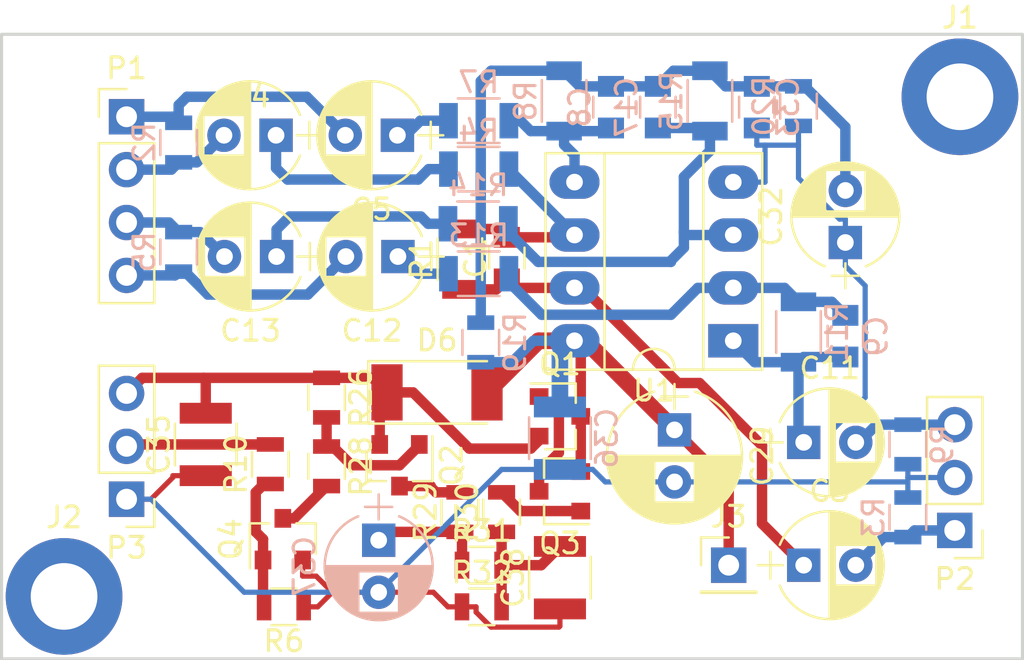
<source format=kicad_pcb>
(kicad_pcb (version 20171130) (host pcbnew "(5.1.12)-1")
  (title_block (title "IBus BT analog module") (date 2017-06-01) (rev 1) (company "the vty"))
  (layers (0 F.Cu signal) (31 B.Cu signal) (34 B.Paste user) (35 F.Paste user) (36 B.SilkS user) (37 F.SilkS user) (38 B.Mask user) (39 F.Mask user) (44 Edge.Cuts user))
  (net 0 "")
  (net 1 "Net-(C1-Pad1)")
  (net 2 "Net-(C1-Pad2)")
  (net 3 SPK_LN)
  (net 4 "Net-(C5-Pad1)")
  (net 5 SPK_LP)
  (net 6 VGND)
  (net 7 "Net-(C8-Pad2)")
  (net 8 "Net-(C9-Pad2)")
  (net 9 "Net-(C11-Pad1)")
  (net 10 SPK_RN)
  (net 11 "Net-(C13-Pad1)")
  (net 12 SPK_RP)
  (net 13 "Net-(C17-Pad2)")
  (net 14 +12P)
  (net 15 GNDA)
  (net 16 "Net-(C37-Pad1)")
  (net 17 "Net-(C38-Pad2)")
  (net 18 "Net-(Q4-Pad3)")
  (net 19 "Net-(Q2-Pad3)")
  (net 20 "Net-(C12-Pad1)")
  (net 21 "Net-(C4-Pad1)")
  (net 22 /B+)
  (net 23 /EN12)
  (net 24 "Net-(Q1-Pad1)")
  (net 25 "Net-(Q2-Pad1)")
  (net 26 "Net-(Q3-Pad1)")
  (net 27 "Net-(Q4-Pad1)")
  (net 28 /L)
  (net 29 /R)
  (module Housings_DIP:DIP-8_W7.62mm_Socket_LongPads (layer F.Cu) (at 118.12 67.72 180)
    (fp_text reference U1 (at 3.81 -2.39 180) (layer F.SilkS))
    (fp_text value NE5532)
    (pad 1 thru_hole rect (at 0 0 180) (size 2.4 1.6) (drill 0.8) (layers *.Cu *.Mask) (net 9 "Net-(C11-Pad1)"))
    (pad 5 thru_hole oval (at 7.62 7.62 180) (size 2.4 1.6) (drill 0.8) (layers *.Cu *.Mask) (net 7 "Net-(C8-Pad2)"))
    (pad 2 thru_hole oval (at 0 2.54 180) (size 2.4 1.6) (drill 0.8) (layers *.Cu *.Mask) (net 8 "Net-(C9-Pad2)"))
    (pad 6 thru_hole oval (at 7.62 5.08 180) (size 2.4 1.6) (drill 0.8) (layers *.Cu *.Mask) (net 2 "Net-(C1-Pad2)"))
    (pad 3 thru_hole oval (at 0 5.08 180) (size 2.4 1.6) (drill 0.8) (layers *.Cu *.Mask) (net 13 "Net-(C17-Pad2)"))
    (pad 7 thru_hole oval (at 7.62 2.54 180) (size 2.4 1.6) (drill 0.8) (layers *.Cu *.Mask) (net 1 "Net-(C1-Pad1)"))
    (pad 4 thru_hole oval (at 0 7.62 180) (size 2.4 1.6) (drill 0.8) (layers *.Cu *.Mask) (net 15 GNDA))
    (pad 8 thru_hole oval (at 7.62 0 180) (size 2.4 1.6) (drill 0.8) (layers *.Cu *.Mask) (net 14 +12P))
  )
  (module TO_SOT_Packages_SMD:SOT-23 (layer F.Cu) (at 109.8 74.95 180)
    (fp_text reference Q3 (at 0 -2.5 180) (layer F.SilkS))
    (fp_text value B847)
    (pad 1 smd rect (at -1 -0.95 180) (size 0.9 0.8) (layers F.Cu F.Paste F.Mask) (net 26 "Net-(Q3-Pad1)"))
    (pad 2 smd rect (at -1 0.95 180) (size 0.9 0.8) (layers F.Cu F.Paste F.Mask) (net 14 +12P))
    (pad 3 smd rect (at 1 0 180) (size 0.9 0.8) (layers F.Cu F.Paste F.Mask) (net 24 "Net-(Q1-Pad1)"))
  )
  (module Capacitors_ThroughHole:CP_Radial_D5.0mm_P2.50mm (layer F.Cu) (at 96.2 63.675 180)
    (fp_text reference C13 (at 1.25 -3.56 180) (layer F.SilkS))
    (fp_text value 1u)
    (pad 1 thru_hole rect (at 0 0 180) (size 1.6 1.6) (drill 0.8) (layers *.Cu *.Mask) (net 11 "Net-(C13-Pad1)"))
    (pad 2 thru_hole circle (at 2.5 0 180) (size 1.6 1.6) (drill 0.8) (layers *.Cu *.Mask) (net 12 SPK_RP))
  )
  (module Capacitors_ThroughHole:CP_Radial_D5.0mm_P2.50mm (layer F.Cu) (at 102 57.85 180)
    (fp_text reference C5 (at 1.25 -3.56 180) (layer F.SilkS))
    (fp_text value 1u)
    (pad 1 thru_hole rect (at 0 0 180) (size 1.6 1.6) (drill 0.8) (layers *.Cu *.Mask) (net 4 "Net-(C5-Pad1)"))
    (pad 2 thru_hole circle (at 2.5 0 180) (size 1.6 1.6) (drill 0.8) (layers *.Cu *.Mask) (net 5 SPK_LP))
  )
  (module Capacitors_SMD:C_0805 (layer F.Cu) (at 107.25 63.75 90)
    (fp_text reference C1 (at 0 -1.5 90) (layer F.SilkS))
    (fp_text value 33p)
    (pad 1 smd rect (at -1 0 90) (size 1 1.25) (layers F.Cu F.Paste F.Mask) (net 1 "Net-(C1-Pad1)"))
    (pad 2 smd rect (at 1 0 90) (size 1 1.25) (layers F.Cu F.Paste F.Mask) (net 2 "Net-(C1-Pad2)"))
  )
  (module Resistors_SMD:R_1206 (layer B.Cu) (at 105.875 62.1 180)
    (fp_text reference R14 (at 0 1.85 180) (layer B.SilkS) (effects (justify mirror)))
    (fp_text value 10k)
    (pad 1 smd rect (at -1.45 0 180) (size 0.9 1.7) (layers B.Cu B.Paste B.Mask) (net 13 "Net-(C17-Pad2)"))
    (pad 2 smd rect (at 1.45 0 180) (size 0.9 1.7) (layers B.Cu B.Paste B.Mask) (net 11 "Net-(C13-Pad1)"))
  )
  (module Capacitors_ThroughHole:CP_Radial_D5.0mm_P2.50mm (layer F.Cu) (at 121.5 72.6)
    (fp_text reference C11 (at 1.25 -3.56) (layer F.SilkS))
    (fp_text value 10u)
    (pad 1 thru_hole rect (at 0 0) (size 1.6 1.6) (drill 0.8) (layers *.Cu *.Mask) (net 9 "Net-(C11-Pad1)"))
    (pad 2 thru_hole circle (at 2.5 0) (size 1.6 1.6) (drill 0.8) (layers *.Cu *.Mask) (net 29 /R))
  )
  (module Capacitors_ThroughHole:CP_Radial_D5.0mm_P2.50mm (layer F.Cu) (at 121.5 78.5)
    (fp_text reference C3 (at 1.25 -3.56) (layer F.SilkS))
    (fp_text value 10u)
    (pad 1 thru_hole rect (at 0 0) (size 1.6 1.6) (drill 0.8) (layers *.Cu *.Mask) (net 1 "Net-(C1-Pad1)"))
    (pad 2 thru_hole circle (at 2.5 0) (size 1.6 1.6) (drill 0.8) (layers *.Cu *.Mask) (net 28 /L))
  )
  (module Capacitors_ThroughHole:CP_Radial_D5.0mm_P2.50mm (layer F.Cu) (at 96.175 57.85 180)
    (fp_text reference C4 (at 1.25 1.85 180) (layer F.SilkS))
    (fp_text value 1u)
    (pad 1 thru_hole rect (at 0 0 180) (size 1.6 1.6) (drill 0.8) (layers *.Cu *.Mask) (net 21 "Net-(C4-Pad1)"))
    (pad 2 thru_hole circle (at 2.5 0 180) (size 1.6 1.6) (drill 0.8) (layers *.Cu *.Mask) (net 3 SPK_LN))
  )
  (module Capacitors_SMD:C_0805 (layer B.Cu) (at 112.25 56.5 270)
    (fp_text reference C8 (at 0 1.5 270) (layer B.SilkS) (effects (justify mirror)))
    (fp_text value 33p)
    (pad 1 smd rect (at -1 0 270) (size 1 1.25) (layers B.Cu B.Paste B.Mask) (net 6 VGND))
    (pad 2 smd rect (at 1 0 270) (size 1 1.25) (layers B.Cu B.Paste B.Mask) (net 7 "Net-(C8-Pad2)"))
  )
  (module Capacitors_SMD:C_0805 (layer B.Cu) (at 123.5 67.5 90)
    (fp_text reference C9 (at 0 1.5 90) (layer B.SilkS) (effects (justify mirror)))
    (fp_text value 33p)
    (pad 1 smd rect (at -1 0 90) (size 1 1.25) (layers B.Cu B.Paste B.Mask) (net 9 "Net-(C11-Pad1)"))
    (pad 2 smd rect (at 1 0 90) (size 1 1.25) (layers B.Cu B.Paste B.Mask) (net 8 "Net-(C9-Pad2)"))
  )
  (module Capacitors_ThroughHole:CP_Radial_D5.0mm_P2.50mm (layer F.Cu) (at 102.025 63.675 180)
    (fp_text reference C12 (at 1.25 -3.56 180) (layer F.SilkS))
    (fp_text value 1u)
    (pad 1 thru_hole rect (at 0 0 180) (size 1.6 1.6) (drill 0.8) (layers *.Cu *.Mask) (net 20 "Net-(C12-Pad1)"))
    (pad 2 thru_hole circle (at 2.5 0 180) (size 1.6 1.6) (drill 0.8) (layers *.Cu *.Mask) (net 10 SPK_RN))
  )
  (module Capacitors_SMD:C_0805 (layer B.Cu) (at 114.5 56.5 270)
    (fp_text reference C17 (at 0 1.5 270) (layer B.SilkS) (effects (justify mirror)))
    (fp_text value 33p)
    (pad 1 smd rect (at -1 0 270) (size 1 1.25) (layers B.Cu B.Paste B.Mask) (net 6 VGND))
    (pad 2 smd rect (at 1 0 270) (size 1 1.25) (layers B.Cu B.Paste B.Mask) (net 13 "Net-(C17-Pad2)"))
  )
  (module Mounting_Holes:MountingHole_3.2mm_M3_DIN965_Pad (layer F.Cu) (at 129 56)
    (fp_text reference J1 (at 0 -3.8) (layer F.SilkS))
    (fp_text value Screw)
    (pad 1 thru_hole circle (at 0 0) (size 5.6 5.6) (drill 3.2) (layers *.Cu *.Mask))
  )
  (module Mounting_Holes:MountingHole_3.2mm_M3_DIN965_Pad (layer F.Cu) (at 86 80)
    (fp_text reference J2 (at 0 -3.8) (layer F.SilkS))
    (fp_text value Screw)
    (pad 1 thru_hole circle (at 0 0) (size 5.6 5.6) (drill 3.2) (layers *.Cu *.Mask))
  )
  (module Pin_Headers:Pin_Header_Straight_1x03_Pitch2.54mm (layer F.Cu) (at 128.75 76.83 180)
    (fp_text reference P2 (at 0 -2.33 180) (layer F.SilkS))
    (fp_text value AUD_OUT)
    (pad 1 thru_hole rect (at 0 0 180) (size 1.7 1.7) (drill 1) (layers *.Cu *.Mask) (net 28 /L))
    (pad 2 thru_hole oval (at 0 2.54 180) (size 1.7 1.7) (drill 1) (layers *.Cu *.Mask) (net 15 GNDA))
    (pad 3 thru_hole oval (at 0 5.08 180) (size 1.7 1.7) (drill 1) (layers *.Cu *.Mask) (net 29 /R))
  )
  (module Resistors_SMD:R_1206 (layer F.Cu) (at 105 63.8 90)
    (fp_text reference R1 (at 0 -1.85 90) (layer F.SilkS))
    (fp_text value 10k)
    (pad 1 smd rect (at -1.45 0 90) (size 0.9 1.7) (layers F.Cu F.Paste F.Mask) (net 1 "Net-(C1-Pad1)"))
    (pad 2 smd rect (at 1.45 0 90) (size 0.9 1.7) (layers F.Cu F.Paste F.Mask) (net 2 "Net-(C1-Pad2)"))
  )
  (module Resistors_SMD:R_1206 (layer B.Cu) (at 105.9 59.475 180)
    (fp_text reference R4 (at 0 1.85 180) (layer B.SilkS) (effects (justify mirror)))
    (fp_text value 10k)
    (pad 1 smd rect (at -1.45 0 180) (size 0.9 1.7) (layers B.Cu B.Paste B.Mask) (net 2 "Net-(C1-Pad2)"))
    (pad 2 smd rect (at 1.45 0 180) (size 0.9 1.7) (layers B.Cu B.Paste B.Mask) (net 21 "Net-(C4-Pad1)"))
  )
  (module Resistors_SMD:R_1206 (layer B.Cu) (at 105.9 57.15 180)
    (fp_text reference R7 (at 0 1.85 180) (layer B.SilkS) (effects (justify mirror)))
    (fp_text value 10k)
    (pad 1 smd rect (at -1.45 0 180) (size 0.9 1.7) (layers B.Cu B.Paste B.Mask) (net 7 "Net-(C8-Pad2)"))
    (pad 2 smd rect (at 1.45 0 180) (size 0.9 1.7) (layers B.Cu B.Paste B.Mask) (net 4 "Net-(C5-Pad1)"))
  )
  (module Resistors_SMD:R_1206 (layer B.Cu) (at 110 56.2 270)
    (fp_text reference R8 (at 0 1.85 270) (layer B.SilkS) (effects (justify mirror)))
    (fp_text value 10k)
    (pad 1 smd rect (at -1.45 0 270) (size 0.9 1.7) (layers B.Cu B.Paste B.Mask) (net 6 VGND))
    (pad 2 smd rect (at 1.45 0 270) (size 0.9 1.7) (layers B.Cu B.Paste B.Mask) (net 7 "Net-(C8-Pad2)"))
  )
  (module Resistors_SMD:R_1206 (layer B.Cu) (at 121.25 67.3 90)
    (fp_text reference R11 (at 0 1.85 90) (layer B.SilkS) (effects (justify mirror)))
    (fp_text value 10k)
    (pad 1 smd rect (at -1.45 0 90) (size 0.9 1.7) (layers B.Cu B.Paste B.Mask) (net 9 "Net-(C11-Pad1)"))
    (pad 2 smd rect (at 1.45 0 90) (size 0.9 1.7) (layers B.Cu B.Paste B.Mask) (net 8 "Net-(C9-Pad2)"))
  )
  (module Resistors_SMD:R_1206 (layer B.Cu) (at 105.9 64.5 180)
    (fp_text reference R13 (at 0 1.85 180) (layer B.SilkS) (effects (justify mirror)))
    (fp_text value 10k)
    (pad 1 smd rect (at -1.45 0 180) (size 0.9 1.7) (layers B.Cu B.Paste B.Mask) (net 8 "Net-(C9-Pad2)"))
    (pad 2 smd rect (at 1.45 0 180) (size 0.9 1.7) (layers B.Cu B.Paste B.Mask) (net 20 "Net-(C12-Pad1)"))
  )
  (module Resistors_SMD:R_1206 (layer B.Cu) (at 117 56.2 270)
    (fp_text reference R15 (at 0 1.85 270) (layer B.SilkS) (effects (justify mirror)))
    (fp_text value 10k)
    (pad 1 smd rect (at -1.45 0 270) (size 0.9 1.7) (layers B.Cu B.Paste B.Mask) (net 6 VGND))
    (pad 2 smd rect (at 1.45 0 270) (size 0.9 1.7) (layers B.Cu B.Paste B.Mask) (net 13 "Net-(C17-Pad2)"))
  )
  (module Capacitors_SMD:C_1210 (layer F.Cu) (at 92.8 72.7 90)
    (fp_text reference C35 (at 0 -2.25 90) (layer F.SilkS))
    (fp_text value 0.22u)
    (pad 1 smd rect (at -1.5 0 90) (size 1 2.5) (layers F.Cu F.Paste F.Mask) (net 15 GNDA))
    (pad 2 smd rect (at 1.5 0 90) (size 1 2.5) (layers F.Cu F.Paste F.Mask) (net 22 /B+))
  )
  (module Capacitors_SMD:C_1210 (layer B.Cu) (at 109.8 72.4 90)
    (fp_text reference C36 (at 0 2.25 90) (layer B.SilkS) (effects (justify mirror)))
    (fp_text value 0.22u)
    (pad 1 smd rect (at -1.5 0 90) (size 1 2.5) (layers B.Cu B.Paste B.Mask) (net 15 GNDA))
    (pad 2 smd rect (at 1.5 0 90) (size 1 2.5) (layers B.Cu B.Paste B.Mask) (net 14 +12P))
  )
  (module Capacitors_SMD:C_1210 (layer F.Cu) (at 109.8 79.1 90)
    (fp_text reference C38 (at 0 -2.25 90) (layer F.SilkS))
    (fp_text value 0.22u)
    (pad 1 smd rect (at -1.5 0 90) (size 1 2.5) (layers F.Cu F.Paste F.Mask) (net 15 GNDA))
    (pad 2 smd rect (at 1.5 0 90) (size 1 2.5) (layers F.Cu F.Paste F.Mask) (net 17 "Net-(C38-Pad2)"))
  )
  (module Diodes_SMD:D_MELF (layer F.Cu) (at 103.9 70.2)
    (fp_text reference D6 (at 0 -2.5) (layer F.SilkS))
    (fp_text value D)
    (pad 1 smd rect (at -2.4 0) (size 1.5 2.7) (layers F.Cu F.Paste F.Mask) (net 22 /B+))
    (pad 2 smd rect (at 2.4 0) (size 1.5 2.7) (layers F.Cu F.Paste F.Mask) (net 14 +12P))
  )
  (module TO_SOT_Packages_SMD:SOT-23 (layer F.Cu) (at 109.8 71.35)
    (fp_text reference Q1 (at 0 -2.5) (layer F.SilkS))
    (fp_text value BC807)
    (pad 1 smd rect (at -1 -0.95) (size 0.9 0.8) (layers F.Cu F.Paste F.Mask) (net 24 "Net-(Q1-Pad1)"))
    (pad 2 smd rect (at -1 0.95) (size 0.9 0.8) (layers F.Cu F.Paste F.Mask) (net 22 /B+))
    (pad 3 smd rect (at 1 0) (size 0.9 0.8) (layers F.Cu F.Paste F.Mask) (net 14 +12P))
  )
  (module TO_SOT_Packages_SMD:SOT-23 (layer F.Cu) (at 102.1 73.7 270)
    (fp_text reference Q2 (at 0 -2.5 270) (layer F.SilkS))
    (fp_text value 2N7002)
    (pad 1 smd rect (at -1 -0.95 270) (size 0.9 0.8) (layers F.Cu F.Paste F.Mask) (net 25 "Net-(Q2-Pad1)"))
    (pad 2 smd rect (at -1 0.95 270) (size 0.9 0.8) (layers F.Cu F.Paste F.Mask) (net 22 /B+))
    (pad 3 smd rect (at 1 0 270) (size 0.9 0.8) (layers F.Cu F.Paste F.Mask) (net 19 "Net-(Q2-Pad3)"))
  )
  (module TO_SOT_Packages_SMD:SOT-23 (layer F.Cu) (at 96.5 77.25 90)
    (fp_text reference Q4 (at 0 -2.5 90) (layer F.SilkS))
    (fp_text value Q_NMOS_GSD)
    (pad 1 smd rect (at -1 -0.95 90) (size 0.9 0.8) (layers F.Cu F.Paste F.Mask) (net 27 "Net-(Q4-Pad1)"))
    (pad 2 smd rect (at -1 0.95 90) (size 0.9 0.8) (layers F.Cu F.Paste F.Mask) (net 15 GNDA))
    (pad 3 smd rect (at 1 0 90) (size 0.9 0.8) (layers F.Cu F.Paste F.Mask) (net 18 "Net-(Q4-Pad3)"))
  )
  (module Resistors_SMD:R_0805 (layer B.Cu) (at 91.5 58.2 270)
    (fp_text reference R2 (at 0 1.65 270) (layer B.SilkS) (effects (justify mirror)))
    (fp_text value 680)
    (pad 1 smd rect (at -0.95 0 270) (size 0.7 1.3) (layers B.Cu B.Paste B.Mask) (net 5 SPK_LP))
    (pad 2 smd rect (at 0.95 0 270) (size 0.7 1.3) (layers B.Cu B.Paste B.Mask) (net 3 SPK_LN))
  )
  (module Resistors_SMD:R_0805 (layer B.Cu) (at 126.5 76.2 270)
    (fp_text reference R3 (at 0 1.65 270) (layer B.SilkS) (effects (justify mirror)))
    (fp_text value 10k)
    (pad 1 smd rect (at -0.95 0 270) (size 0.7 1.3) (layers B.Cu B.Paste B.Mask) (net 15 GNDA))
    (pad 2 smd rect (at 0.95 0 270) (size 0.7 1.3) (layers B.Cu B.Paste B.Mask) (net 28 /L))
  )
  (module Resistors_SMD:R_0805 (layer B.Cu) (at 91.5 63.45 270)
    (fp_text reference R5 (at 0 1.65 270) (layer B.SilkS) (effects (justify mirror)))
    (fp_text value 680)
    (pad 1 smd rect (at -0.95 0 270) (size 0.7 1.3) (layers B.Cu B.Paste B.Mask) (net 12 SPK_RP))
    (pad 2 smd rect (at 0.95 0 270) (size 0.7 1.3) (layers B.Cu B.Paste B.Mask) (net 10 SPK_RN))
  )
  (module Resistors_SMD:R_0805 (layer B.Cu) (at 126.5 72.7 90)
    (fp_text reference R9 (at 0 1.65 90) (layer B.SilkS) (effects (justify mirror)))
    (fp_text value 10k)
    (pad 1 smd rect (at -0.95 0 90) (size 0.7 1.3) (layers B.Cu B.Paste B.Mask) (net 15 GNDA))
    (pad 2 smd rect (at 0.95 0 90) (size 0.7 1.3) (layers B.Cu B.Paste B.Mask) (net 29 /R))
  )
  (module Resistors_SMD:R_0805 (layer B.Cu) (at 106 67.8 90)
    (fp_text reference R19 (at 0 1.65 90) (layer B.SilkS) (effects (justify mirror)))
    (fp_text value 2.2k)
    (pad 1 smd rect (at -0.95 0 90) (size 0.7 1.3) (layers B.Cu B.Paste B.Mask) (net 14 +12P))
    (pad 2 smd rect (at 0.95 0 90) (size 0.7 1.3) (layers B.Cu B.Paste B.Mask) (net 6 VGND))
  )
  (module Resistors_SMD:R_0805 (layer B.Cu) (at 121.25 56.45 270)
    (fp_text reference R20 (at 0 1.65 270) (layer B.SilkS) (effects (justify mirror)))
    (fp_text value 2.2k)
    (pad 1 smd rect (at -0.95 0 270) (size 0.7 1.3) (layers B.Cu B.Paste B.Mask) (net 6 VGND))
    (pad 2 smd rect (at 0.95 0 270) (size 0.7 1.3) (layers B.Cu B.Paste B.Mask) (net 15 GNDA))
  )
  (module Resistors_SMD:R_0805 (layer F.Cu) (at 98.6 70.45 270)
    (fp_text reference R26 (at 0 -1.65 270) (layer F.SilkS))
    (fp_text value 10k)
    (pad 1 smd rect (at -0.95 0 270) (size 0.7 1.3) (layers F.Cu F.Paste F.Mask) (net 22 /B+))
    (pad 2 smd rect (at 0.95 0 270) (size 0.7 1.3) (layers F.Cu F.Paste F.Mask) (net 25 "Net-(Q2-Pad1)"))
  )
  (module Resistors_SMD:R_0805 (layer F.Cu) (at 98.6 73.75 270)
    (fp_text reference R28 (at 0 -1.65 270) (layer F.SilkS))
    (fp_text value 10k)
    (pad 1 smd rect (at -0.95 0 270) (size 0.7 1.3) (layers F.Cu F.Paste F.Mask) (net 25 "Net-(Q2-Pad1)"))
    (pad 2 smd rect (at 0.95 0 270) (size 0.7 1.3) (layers F.Cu F.Paste F.Mask) (net 18 "Net-(Q4-Pad3)"))
  )
  (module Resistors_SMD:R_0805 (layer F.Cu) (at 105 75.95 90)
    (fp_text reference R29 (at 0 -1.65 90) (layer F.SilkS))
    (fp_text value 15k)
    (pad 1 smd rect (at -0.95 0 90) (size 0.7 1.3) (layers F.Cu F.Paste F.Mask) (net 16 "Net-(C37-Pad1)"))
    (pad 2 smd rect (at 0.95 0 90) (size 0.7 1.3) (layers F.Cu F.Paste F.Mask) (net 19 "Net-(Q2-Pad3)"))
  )
  (module Resistors_SMD:R_0805 (layer F.Cu) (at 107 75.95 90)
    (fp_text reference R30 (at 0 -1.65 90) (layer F.SilkS))
    (fp_text value 1k)
    (pad 1 smd rect (at -0.95 0 90) (size 0.7 1.3) (layers F.Cu F.Paste F.Mask) (net 17 "Net-(C38-Pad2)"))
    (pad 2 smd rect (at 0.95 0 90) (size 0.7 1.3) (layers F.Cu F.Paste F.Mask) (net 26 "Net-(Q3-Pad1)"))
  )
  (module Resistors_SMD:R_0805 (layer F.Cu) (at 106.05 78.5)
    (fp_text reference R31 (at 0 -1.65) (layer F.SilkS))
    (fp_text value 10k)
    (pad 1 smd rect (at -0.95 0) (size 0.7 1.3) (layers F.Cu F.Paste F.Mask) (net 16 "Net-(C37-Pad1)"))
    (pad 2 smd rect (at 0.95 0) (size 0.7 1.3) (layers F.Cu F.Paste F.Mask) (net 17 "Net-(C38-Pad2)"))
  )
  (module Resistors_SMD:R_0805 (layer F.Cu) (at 106.05 80.5)
    (fp_text reference R32 (at 0 -1.65) (layer F.SilkS))
    (fp_text value 220k)
    (pad 1 smd rect (at -0.95 0) (size 0.7 1.3) (layers F.Cu F.Paste F.Mask) (net 15 GNDA))
    (pad 2 smd rect (at 0.95 0) (size 0.7 1.3) (layers F.Cu F.Paste F.Mask) (net 17 "Net-(C38-Pad2)"))
  )
  (module Capacitors_ThroughHole:CP_Radial_D6.3mm_P2.50mm (layer F.Cu) (at 115.3 72 270)
    (fp_text reference C29 (at 1.25 -4.21 270) (layer F.SilkS))
    (fp_text value 100u)
    (pad 1 thru_hole rect (at 0 0 270) (size 1.6 1.6) (drill 0.8) (layers *.Cu *.Mask) (net 14 +12P))
    (pad 2 thru_hole circle (at 2.5 0 270) (size 1.6 1.6) (drill 0.8) (layers *.Cu *.Mask) (net 15 GNDA))
  )
  (module Capacitors_ThroughHole:CP_Radial_D5.0mm_P2.50mm (layer F.Cu) (at 123.5 63 90)
    (fp_text reference C32 (at 1.25 -3.56 90) (layer F.SilkS))
    (fp_text value 47u)
    (pad 1 thru_hole rect (at 0 0 90) (size 1.6 1.6) (drill 0.8) (layers *.Cu *.Mask) (net 15 GNDA))
    (pad 2 thru_hole circle (at 2.5 0 90) (size 1.6 1.6) (drill 0.8) (layers *.Cu *.Mask) (net 6 VGND))
  )
  (module Capacitors_ThroughHole:CP_Radial_D5.0mm_P2.50mm (layer B.Cu) (at 101.1 77.3 270)
    (fp_text reference C37 (at 1.25 3.56 270) (layer B.SilkS) (effects (justify mirror)))
    (fp_text value 22u)
    (pad 1 thru_hole rect (at 0 0 270) (size 1.6 1.6) (drill 0.8) (layers *.Cu *.Mask) (net 16 "Net-(C37-Pad1)"))
    (pad 2 thru_hole circle (at 2.5 0 270) (size 1.6 1.6) (drill 0.8) (layers *.Cu *.Mask) (net 15 GNDA))
  )
  (module Pin_Headers:Pin_Header_Straight_1x04_Pitch2.54mm (layer F.Cu) (at 89 56.96)
    (fp_text reference P1 (at 0 -2.33) (layer F.SilkS))
    (fp_text value DIFF_IN)
    (pad 1 thru_hole rect (at 0 0) (size 1.7 1.7) (drill 1) (layers *.Cu *.Mask) (net 5 SPK_LP))
    (pad 2 thru_hole oval (at 0 2.54) (size 1.7 1.7) (drill 1) (layers *.Cu *.Mask) (net 3 SPK_LN))
    (pad 3 thru_hole oval (at 0 5.08) (size 1.7 1.7) (drill 1) (layers *.Cu *.Mask) (net 12 SPK_RP))
    (pad 4 thru_hole oval (at 0 7.62) (size 1.7 1.7) (drill 1) (layers *.Cu *.Mask) (net 10 SPK_RN))
  )
  (module Pin_Headers:Pin_Header_Straight_1x03_Pitch2.54mm (layer F.Cu) (at 89 75.33 180)
    (fp_text reference P3 (at 0 -2.33 180) (layer F.SilkS))
    (fp_text value PWR_EN)
    (pad 1 thru_hole rect (at 0 0 180) (size 1.7 1.7) (drill 1) (layers *.Cu *.Mask) (net 15 GNDA))
    (pad 2 thru_hole oval (at 0 2.54 180) (size 1.7 1.7) (drill 1) (layers *.Cu *.Mask) (net 23 /EN12))
    (pad 3 thru_hole oval (at 0 5.08 180) (size 1.7 1.7) (drill 1) (layers *.Cu *.Mask) (net 22 /B+))
  )
  (module Resistors_SMD:R_0805 (layer F.Cu) (at 95.9 73.65 90)
    (fp_text reference R10 (at 0 -1.65 90) (layer F.SilkS))
    (fp_text value 1k)
    (pad 1 smd rect (at -0.95 0 90) (size 0.7 1.3) (layers F.Cu F.Paste F.Mask) (net 27 "Net-(Q4-Pad1)"))
    (pad 2 smd rect (at 0.95 0 90) (size 0.7 1.3) (layers F.Cu F.Paste F.Mask) (net 23 /EN12))
  )
  (module Capacitors_SMD:C_0805 (layer B.Cu) (at 119.25 56.5 90)
    (fp_text reference C33 (at 0 1.5 90) (layer B.SilkS) (effects (justify mirror)))
    (fp_text value 100n)
    (pad 1 smd rect (at -1 0 90) (size 1 1.25) (layers B.Cu B.Paste B.Mask) (net 15 GNDA))
    (pad 2 smd rect (at 1 0 90) (size 1 1.25) (layers B.Cu B.Paste B.Mask) (net 6 VGND))
  )
  (module Resistors_SMD:R_0805 (layer F.Cu) (at 96.55 80.5 180)
    (fp_text reference R6 (at 0 -1.65 180) (layer F.SilkS))
    (fp_text value 10k)
    (pad 1 smd rect (at -0.95 0 180) (size 0.7 1.3) (layers F.Cu F.Paste F.Mask) (net 15 GNDA))
    (pad 2 smd rect (at 0.95 0 180) (size 0.7 1.3) (layers F.Cu F.Paste F.Mask) (net 27 "Net-(Q4-Pad1)"))
  )
  (module Pin_Headers:Pin_Header_Straight_1x01_Pitch2.54mm (layer F.Cu) (at 117.9 78.5)
    (fp_text reference J3 (at 0 -2.33) (layer F.SilkS))
    (fp_text value "Mic Bias")
    (pad 1 thru_hole rect (at 0 0) (size 1.7 1.7) (drill 1) (layers *.Cu *.Mask) (net 14 +12P))
  )
  (gr_line (start 83 53) (end 132 53) (layer Edge.Cuts) (width 0.15))
  (gr_line (start 83 83) (end 83 53) (layer Edge.Cuts) (width 0.15))
  (gr_line (start 132 83) (end 83 83) (layer Edge.Cuts) (width 0.15))
  (gr_line (start 132 53) (end 132 83) (layer Edge.Cuts) (width 0.15))
  (segment (start 110.5 65.18) (end 110.9 65.18) (width 0.5) (layer F.Cu) (net 1))
  (segment (start 110.9 65.18) (end 115.47 69.75) (width 0.5) (layer F.Cu) (net 1))
  (segment (start 115.47 69.75) (end 116.5 69.75) (width 0.5) (layer F.Cu) (net 1))
  (segment (start 116.5 69.75) (end 119.5 72.75) (width 0.5) (layer F.Cu) (net 1))
  (segment (start 119.5 72.75) (end 119.5 76.5) (width 0.5) (layer F.Cu) (net 1))
  (segment (start 119.5 76.5) (end 121.5 78.5) (width 0.5) (layer F.Cu) (net 1))
  (segment (start 110.5 65.18) (end 107.68 65.18) (width 0.5) (layer F.Cu) (net 1))
  (segment (start 107.68 65.18) (end 107.25 64.75) (width 0.5) (layer F.Cu) (net 1))
  (segment (start 105 65.25) (end 106.75 65.25) (width 0.5) (layer F.Cu) (net 1))
  (segment (start 106.75 65.25) (end 107.25 64.75) (width 0.5) (layer F.Cu) (net 1))
  (segment (start 107.25 62.75) (end 110.39 62.75) (width 0.5) (layer F.Cu) (net 2))
  (segment (start 110.39 62.75) (end 110.5 62.64) (width 0.5) (layer F.Cu) (net 2))
  (segment (start 105 62.35) (end 106.85 62.35) (width 0.5) (layer F.Cu) (net 2))
  (segment (start 106.85 62.35) (end 107.25 62.75) (width 0.5) (layer F.Cu) (net 2))
  (segment (start 107.35 59.475) (end 107.35 59.49) (width 0.5) (layer B.Cu) (net 2))
  (segment (start 107.35 59.49) (end 110.5 62.64) (width 0.5) (layer B.Cu) (net 2))
  (segment (start 89 59.5) (end 91.15 59.5) (width 0.5) (layer B.Cu) (net 3))
  (segment (start 91.15 59.5) (end 91.5 59.15) (width 0.5) (layer B.Cu) (net 3))
  (segment (start 91.5 59.15) (end 92.375 59.15) (width 0.5) (layer B.Cu) (net 3))
  (segment (start 92.375 59.15) (end 93.675 57.85) (width 0.5) (layer B.Cu) (net 3))
  (segment (start 102 57.85) (end 102.4 57.85) (width 0.5) (layer B.Cu) (net 4))
  (segment (start 102.4 57.85) (end 103.1 57.15) (width 0.5) (layer B.Cu) (net 4))
  (segment (start 103.1 57.15) (end 104.45 57.15) (width 0.5) (layer B.Cu) (net 4))
  (segment (start 89 56.96) (end 91.21 56.96) (width 0.5) (layer B.Cu) (net 5))
  (segment (start 91.21 56.96) (end 91.5 57.25) (width 0.5) (layer B.Cu) (net 5))
  (segment (start 91.5 57.25) (end 91.5 56.4) (width 0.5) (layer B.Cu) (net 5))
  (segment (start 91.5 56.4) (end 91.9 56) (width 0.5) (layer B.Cu) (net 5))
  (segment (start 91.9 56) (end 97.65 56) (width 0.5) (layer B.Cu) (net 5))
  (segment (start 97.65 56) (end 99.5 57.85) (width 0.5) (layer B.Cu) (net 5))
  (segment (start 119.631 55.5) (end 121.25 55.5) (width 0.5) (layer B.Cu) (net 6))
  (segment (start 119.25 55.5) (end 119.631 55.5) (width 0.5) (layer B.Cu) (net 6))
  (segment (start 119.631 55.5) (end 119.25 55.5) (width 0.5) (layer B.Cu) (net 6))
  (segment (start 119.25 55.5) (end 117.75 55.5) (width 0.5) (layer B.Cu) (net 6))
  (segment (start 117.75 55.5) (end 117 54.75) (width 0.5) (layer B.Cu) (net 6))
  (segment (start 117 54.75) (end 115.25 54.75) (width 0.5) (layer B.Cu) (net 6))
  (segment (start 115.25 54.75) (end 114.5 55.5) (width 0.5) (layer B.Cu) (net 6))
  (segment (start 114.5 55.5) (end 112.25 55.5) (width 0.5) (layer B.Cu) (net 6))
  (segment (start 112.25 55.5) (end 110.75 55.5) (width 0.5) (layer B.Cu) (net 6))
  (segment (start 110.75 55.5) (end 110 54.75) (width 0.5) (layer B.Cu) (net 6))
  (segment (start 106 66.85) (end 106 55.25) (width 0.5) (layer B.Cu) (net 6))
  (segment (start 106 55.25) (end 106.5 54.75) (width 0.5) (layer B.Cu) (net 6))
  (segment (start 106.5 54.75) (end 110 54.75) (width 0.5) (layer B.Cu) (net 6))
  (segment (start 123.5 60.5) (end 123.5 57.45) (width 0.5) (layer B.Cu) (net 6))
  (segment (start 123.5 57.45) (end 121.55 55.5) (width 0.5) (layer B.Cu) (net 6))
  (segment (start 121.55 55.5) (end 121.25 55.5) (width 0.5) (layer B.Cu) (net 6))
  (segment (start 110 57.65) (end 112.1 57.65) (width 0.5) (layer B.Cu) (net 7))
  (segment (start 112.1 57.65) (end 112.25 57.5) (width 0.5) (layer B.Cu) (net 7))
  (segment (start 110.85 59.75) (end 110.5 60.1) (width 0.5) (layer B.Cu) (net 7))
  (segment (start 110.5 60.1) (end 110.5 58.8) (width 0.5) (layer B.Cu) (net 7))
  (segment (start 110.5 58.8) (end 110 58.3) (width 0.5) (layer B.Cu) (net 7))
  (segment (start 110 58.3) (end 110 57.65) (width 0.5) (layer B.Cu) (net 7))
  (segment (start 107.35 57.15) (end 107.9 57.15) (width 0.5) (layer B.Cu) (net 7))
  (segment (start 107.9 57.15) (end 108.4 57.65) (width 0.5) (layer B.Cu) (net 7))
  (segment (start 108.4 57.65) (end 110 57.65) (width 0.5) (layer B.Cu) (net 7))
  (segment (start 121.25 65.85) (end 122.85 65.85) (width 0.5) (layer B.Cu) (net 8))
  (segment (start 122.85 65.85) (end 123.5 66.5) (width 0.5) (layer B.Cu) (net 8))
  (segment (start 118.12 65.18) (end 120.58 65.18) (width 0.5) (layer B.Cu) (net 8))
  (segment (start 120.58 65.18) (end 121.25 65.85) (width 0.5) (layer B.Cu) (net 8))
  (segment (start 107.35 64.5) (end 107.35 64.9) (width 0.5) (layer B.Cu) (net 8))
  (segment (start 107.35 64.9) (end 108.92 66.47) (width 0.5) (layer B.Cu) (net 8))
  (segment (start 108.92 66.47) (end 115.13 66.47) (width 0.5) (layer B.Cu) (net 8))
  (segment (start 115.13 66.47) (end 116.42 65.18) (width 0.5) (layer B.Cu) (net 8))
  (segment (start 116.42 65.18) (end 118.12 65.18) (width 0.5) (layer B.Cu) (net 8))
  (segment (start 121.375 72.625) (end 121.475 72.625) (width 0.25) (layer B.Cu) (net 9))
  (segment (start 121.475 72.625) (end 121.5 72.6) (width 0.25) (layer B.Cu) (net 9))
  (segment (start 121.375 72.625) (end 121.5 72.75) (width 0.5) (layer B.Cu) (net 9))
  (segment (start 121.25 68.75) (end 121.25 72.5) (width 0.5) (layer B.Cu) (net 9))
  (segment (start 121.25 72.5) (end 121.375 72.625) (width 0.5) (layer B.Cu) (net 9))
  (segment (start 123.5 68.5) (end 121.5 68.5) (width 0.5) (layer B.Cu) (net 9))
  (segment (start 121.5 68.5) (end 121.25 68.75) (width 0.5) (layer B.Cu) (net 9))
  (segment (start 121.25 68.75) (end 119.15 68.75) (width 0.5) (layer B.Cu) (net 9))
  (segment (start 119.15 68.75) (end 118.12 67.72) (width 0.5) (layer B.Cu) (net 9))
  (segment (start 89 64.58) (end 91.32 64.58) (width 0.5) (layer B.Cu) (net 10))
  (segment (start 91.32 64.58) (end 91.5 64.4) (width 0.5) (layer B.Cu) (net 10))
  (segment (start 91.5 64.4) (end 91.8 64.4) (width 0.5) (layer B.Cu) (net 10))
  (segment (start 91.8 64.4) (end 92.9 65.5) (width 0.5) (layer B.Cu) (net 10))
  (segment (start 92.9 65.5) (end 97.7 65.5) (width 0.5) (layer B.Cu) (net 10))
  (segment (start 97.7 65.5) (end 99.525 63.675) (width 0.5) (layer B.Cu) (net 10))
  (segment (start 104.425 62.1) (end 103.475 62.1) (width 0.5) (layer B.Cu) (net 11))
  (segment (start 103.475 62.1) (end 103.125 61.75) (width 0.5) (layer B.Cu) (net 11))
  (segment (start 103.125 61.75) (end 96.825 61.75) (width 0.5) (layer B.Cu) (net 11))
  (segment (start 96.825 61.75) (end 96.2 62.375) (width 0.5) (layer B.Cu) (net 11))
  (segment (start 96.2 62.375) (end 96.2 63.675) (width 0.5) (layer B.Cu) (net 11))
  (segment (start 89 62.04) (end 91.04 62.04) (width 0.5) (layer B.Cu) (net 12))
  (segment (start 91.04 62.04) (end 91.5 62.5) (width 0.5) (layer B.Cu) (net 12))
  (segment (start 91.5 62.5) (end 92.525 62.5) (width 0.5) (layer B.Cu) (net 12))
  (segment (start 92.525 62.5) (end 93.7 63.675) (width 0.5) (layer B.Cu) (net 12))
  (segment (start 118.12 62.64) (end 117.72 62.64) (width 0.5) (layer B.Cu) (net 13))
  (segment (start 114.5 57.5) (end 116.85 57.5) (width 0.5) (layer B.Cu) (net 13))
  (segment (start 116.85 57.5) (end 117 57.65) (width 0.5) (layer B.Cu) (net 13))
  (segment (start 107.325 62.1) (end 107.325 62.5) (width 0.5) (layer B.Cu) (net 13))
  (segment (start 107.325 62.5) (end 108.755 63.93) (width 0.5) (layer B.Cu) (net 13))
  (segment (start 108.755 63.93) (end 115.13 63.93) (width 0.5) (layer B.Cu) (net 13))
  (segment (start 115.13 63.93) (end 115.13 63.87) (width 0.5) (layer B.Cu) (net 13))
  (segment (start 115.13 63.87) (end 115.75 63.25) (width 0.5) (layer B.Cu) (net 13))
  (segment (start 115.75 63.25) (end 115.75 62.5) (width 0.5) (layer B.Cu) (net 13))
  (segment (start 118.12 62.64) (end 117.72 62.64) (width 0.5) (layer B.Cu) (net 13))
  (segment (start 117.72 62.64) (end 115.89 62.64) (width 0.5) (layer B.Cu) (net 13))
  (segment (start 115.89 62.64) (end 115.75 62.5) (width 0.5) (layer B.Cu) (net 13))
  (segment (start 115.75 62.5) (end 115.75 59.85) (width 0.5) (layer B.Cu) (net 13))
  (segment (start 115.75 59.85) (end 117 58.6) (width 0.5) (layer B.Cu) (net 13))
  (segment (start 117 58.6) (end 117 57.65) (width 0.5) (layer B.Cu) (net 13))
  (segment (start 110.5 67.72) (end 108.53 67.72) (width 0.5) (layer B.Cu) (net 14))
  (segment (start 108.53 67.72) (end 107.5 68.75) (width 0.5) (layer B.Cu) (net 14))
  (segment (start 107.5 68.75) (end 106 68.75) (width 0.5) (layer B.Cu) (net 14))
  (segment (start 110.9 67.72) (end 110.5 67.72) (width 0.5) (layer B.Cu) (net 14))
  (segment (start 110.5 67.72) (end 111.02 67.72) (width 0.8) (layer F.Cu) (net 14))
  (segment (start 111.02 67.72) (end 115.3 72) (width 0.8) (layer F.Cu) (net 14))
  (segment (start 110.5 67.72) (end 108.78 67.72) (width 0.8) (layer F.Cu) (net 14))
  (segment (start 108.78 67.72) (end 106.3 70.2) (width 0.8) (layer F.Cu) (net 14))
  (segment (start 109.8 68.42) (end 110.5 67.72) (width 0.5) (layer F.Cu) (net 14))
  (segment (start 109.8 70.9) (end 109.8 68.42) (width 0.8) (layer B.Cu) (net 14))
  (segment (start 109.8 68.42) (end 110.5 67.72) (width 0.8) (layer B.Cu) (net 14))
  (segment (start 110.8 74) (end 110.8 71.35) (width 0.5) (layer F.Cu) (net 14))
  (segment (start 110.8 71.35) (end 110.8 68.02) (width 0.5) (layer F.Cu) (net 14))
  (segment (start 110.8 68.02) (end 110.5 67.72) (width 0.5) (layer F.Cu) (net 14))
  (segment (start 117.9 78.5) (end 117.9 74.6) (width 0.5) (layer F.Cu) (net 14))
  (segment (start 117.9 74.6) (end 115.3 72) (width 0.5) (layer F.Cu) (net 14))
  (segment (start 122.8563 74.5) (end 115.3 74.5) (width 0.25) (layer B.Cu) (net 15))
  (segment (start 126.5 74.5) (end 122.8563 74.5) (width 0.25) (layer B.Cu) (net 15))
  (segment (start 122.8563 74.5) (end 122.8563 72.0343) (width 0.25) (layer B.Cu) (net 15))
  (segment (start 122.8563 72.0343) (end 124.4502 70.4404) (width 0.25) (layer B.Cu) (net 15))
  (segment (start 124.4502 70.4404) (end 124.4502 65.0753) (width 0.25) (layer B.Cu) (net 15))
  (segment (start 124.4502 65.0753) (end 123.5 64.1251) (width 0.25) (layer B.Cu) (net 15))
  (segment (start 123.5 63) (end 123.5 64.1251) (width 0.25) (layer B.Cu) (net 15))
  (segment (start 119.6451 58.3251) (end 119.25 58.3251) (width 0.25) (layer B.Cu) (net 15))
  (segment (start 121.25 58.3251) (end 119.6451 58.3251) (width 0.25) (layer B.Cu) (net 15))
  (segment (start 119.6451 58.3251) (end 119.6451 60.1) (width 0.25) (layer B.Cu) (net 15))
  (segment (start 118.12 60.1) (end 119.6451 60.1) (width 0.25) (layer B.Cu) (net 15))
  (segment (start 126.5 74.5) (end 126.5 75.25) (width 0.25) (layer B.Cu) (net 15))
  (segment (start 126.5 74.29) (end 126.5 74.5) (width 0.25) (layer B.Cu) (net 15))
  (segment (start 89 75.33) (end 90.1751 75.33) (width 0.25) (layer B.Cu) (net 15))
  (segment (start 90.1751 75.33) (end 94.6451 79.8) (width 0.25) (layer B.Cu) (net 15))
  (segment (start 94.6451 79.8) (end 101.1 79.8) (width 0.25) (layer B.Cu) (net 15))
  (segment (start 92.8 74.2) (end 91.2249 74.2) (width 0.25) (layer F.Cu) (net 15))
  (segment (start 89 75.33) (end 90.1751 75.33) (width 0.25) (layer F.Cu) (net 15))
  (segment (start 91.2249 74.2) (end 91.2249 74.2802) (width 0.25) (layer F.Cu) (net 15))
  (segment (start 91.2249 74.2802) (end 90.1751 75.33) (width 0.25) (layer F.Cu) (net 15))
  (segment (start 109.8 73.9) (end 107 73.9) (width 0.25) (layer B.Cu) (net 15))
  (segment (start 107 73.9) (end 101.1 79.8) (width 0.25) (layer B.Cu) (net 15))
  (segment (start 110.5876 73.9) (end 109.8 73.9) (width 0.25) (layer B.Cu) (net 15))
  (segment (start 110.5876 73.9) (end 111.3751 73.9) (width 0.25) (layer B.Cu) (net 15))
  (segment (start 105.1 80.5) (end 105.7751 80.5) (width 0.25) (layer F.Cu) (net 15))
  (segment (start 109.8 80.6) (end 109.8 81.4251) (width 0.25) (layer F.Cu) (net 15))
  (segment (start 109.8 81.4251) (end 109.7499 81.4752) (width 0.25) (layer F.Cu) (net 15))
  (segment (start 109.7499 81.4752) (end 106.4971 81.4752) (width 0.25) (layer F.Cu) (net 15))
  (segment (start 106.4971 81.4752) (end 105.7751 80.7532) (width 0.25) (layer F.Cu) (net 15))
  (segment (start 105.7751 80.7532) (end 105.7751 80.5) (width 0.25) (layer F.Cu) (net 15))
  (segment (start 126.5 73.65) (end 126.5 74.29) (width 0.25) (layer B.Cu) (net 15))
  (segment (start 126.5 74.29) (end 127.5749 74.29) (width 0.25) (layer B.Cu) (net 15))
  (segment (start 128.75 74.29) (end 127.5749 74.29) (width 0.25) (layer B.Cu) (net 15))
  (segment (start 121.25 58.3251) (end 121.25 57.4) (width 0.25) (layer B.Cu) (net 15))
  (segment (start 123.5 61.8749) (end 123.2187 61.8749) (width 0.25) (layer B.Cu) (net 15))
  (segment (start 123.2187 61.8749) (end 121.25 59.9062) (width 0.25) (layer B.Cu) (net 15))
  (segment (start 121.25 59.9062) (end 121.25 58.3251) (width 0.25) (layer B.Cu) (net 15))
  (segment (start 119.25 57.5) (end 119.25 58.3251) (width 0.25) (layer B.Cu) (net 15))
  (segment (start 97.45 78.25) (end 97.45 79.0251) (width 0.25) (layer F.Cu) (net 15))
  (segment (start 98.8751 79.8) (end 101.1 79.8) (width 0.25) (layer F.Cu) (net 15))
  (segment (start 98.1751 80.5) (end 98.8751 79.8) (width 0.25) (layer F.Cu) (net 15))
  (segment (start 98.8751 79.8) (end 98.1002 79.0251) (width 0.25) (layer F.Cu) (net 15))
  (segment (start 98.1002 79.0251) (end 97.45 79.0251) (width 0.25) (layer F.Cu) (net 15))
  (segment (start 105.1 80.5) (end 104.4249 80.5) (width 0.25) (layer F.Cu) (net 15))
  (segment (start 101.1 79.8) (end 103.7249 79.8) (width 0.25) (layer F.Cu) (net 15))
  (segment (start 103.7249 79.8) (end 104.4249 80.5) (width 0.25) (layer F.Cu) (net 15))
  (segment (start 115.3 74.5) (end 111.9751 74.5) (width 0.25) (layer B.Cu) (net 15))
  (segment (start 111.9751 74.5) (end 111.3751 73.9) (width 0.25) (layer B.Cu) (net 15))
  (segment (start 123.5 63) (end 123.5 61.8749) (width 0.25) (layer B.Cu) (net 15))
  (segment (start 97.5 80.5) (end 98.1751 80.5) (width 0.25) (layer F.Cu) (net 15))
  (segment (start 105 76.9) (end 101.5 76.9) (width 0.5) (layer F.Cu) (net 16))
  (segment (start 101.5 76.9) (end 101.1 77.3) (width 0.5) (layer F.Cu) (net 16))
  (segment (start 105.1 78.5) (end 105.1 77) (width 0.5) (layer F.Cu) (net 16))
  (segment (start 105.1 77) (end 105 76.9) (width 0.5) (layer F.Cu) (net 16))
  (segment (start 107 78.5) (end 108.9 78.5) (width 0.5) (layer F.Cu) (net 17))
  (segment (start 108.9 78.5) (end 109.8 77.6) (width 0.5) (layer F.Cu) (net 17))
  (segment (start 107 76.9) (end 107 78.5) (width 0.5) (layer F.Cu) (net 17))
  (segment (start 107 78.5) (end 107 80.5) (width 0.5) (layer F.Cu) (net 17))
  (segment (start 96.5 76.25) (end 97.05 76.25) (width 0.5) (layer F.Cu) (net 18))
  (segment (start 97.05 76.25) (end 98.6 74.7) (width 0.5) (layer F.Cu) (net 18))
  (segment (start 102.1 74.7) (end 103.6 74.7) (width 0.5) (layer F.Cu) (net 19))
  (segment (start 103.6 74.7) (end 103.6 74.75) (width 0.5) (layer F.Cu) (net 19))
  (segment (start 103.6 74.75) (end 103.85 75) (width 0.5) (layer F.Cu) (net 19))
  (segment (start 103.85 75) (end 105 75) (width 0.5) (layer F.Cu) (net 19))
  (segment (start 102.025 63.675) (end 102.175 63.675) (width 0.5) (layer B.Cu) (net 20))
  (segment (start 102.175 63.675) (end 103 64.5) (width 0.5) (layer B.Cu) (net 20))
  (segment (start 103 64.5) (end 104.45 64.5) (width 0.5) (layer B.Cu) (net 20))
  (segment (start 104.45 59.475) (end 103.5 59.475) (width 0.5) (layer B.Cu) (net 21))
  (segment (start 103.5 59.475) (end 103 59.975) (width 0.5) (layer B.Cu) (net 21))
  (segment (start 103 59.975) (end 96.725 59.975) (width 0.5) (layer B.Cu) (net 21))
  (segment (start 96.725 59.975) (end 96.175 59.425) (width 0.5) (layer B.Cu) (net 21))
  (segment (start 96.175 59.425) (end 96.175 57.85) (width 0.5) (layer B.Cu) (net 21))
  (segment (start 92.7 69.5) (end 89.75 69.5) (width 0.5) (layer F.Cu) (net 22))
  (segment (start 89.75 69.5) (end 89 70.25) (width 0.5) (layer F.Cu) (net 22))
  (segment (start 98.6 69.5) (end 92.7 69.5) (width 0.5) (layer F.Cu) (net 22))
  (segment (start 101.5 70.2) (end 102.75 70.2) (width 0.5) (layer F.Cu) (net 22))
  (segment (start 102.75 70.2) (end 105.45 72.9) (width 0.5) (layer F.Cu) (net 22))
  (segment (start 105.45 72.9) (end 108.4 72.9) (width 0.5) (layer F.Cu) (net 22))
  (segment (start 108.4 72.9) (end 108.8 72.5) (width 0.5) (layer F.Cu) (net 22))
  (segment (start 108.8 72.5) (end 108.8 72.3) (width 0.5) (layer F.Cu) (net 22))
  (segment (start 101.2 70.5) (end 101.5 70.2) (width 0.5) (layer F.Cu) (net 22))
  (segment (start 101.15 72.7) (end 101.15 70.55) (width 0.5) (layer F.Cu) (net 22))
  (segment (start 101.15 70.55) (end 101.2 70.5) (width 0.5) (layer F.Cu) (net 22))
  (segment (start 101.2 70.5) (end 101.5 70.2) (width 0.5) (layer F.Cu) (net 22))
  (segment (start 98.6 69.5) (end 100.8 69.5) (width 0.5) (layer F.Cu) (net 22))
  (segment (start 100.8 69.5) (end 101.5 70.2) (width 0.5) (layer F.Cu) (net 22))
  (segment (start 92.8 71.2) (end 92.8 69.6) (width 0.5) (layer F.Cu) (net 22))
  (segment (start 92.8 69.6) (end 92.7 69.5) (width 0.5) (layer F.Cu) (net 22))
  (segment (start 95.6 72.7) (end 89.09 72.7) (width 0.5) (layer F.Cu) (net 23))
  (segment (start 89.09 72.7) (end 89 72.79) (width 0.5) (layer F.Cu) (net 23))
  (segment (start 95.9 72.7) (end 95.6 72.7) (width 0.5) (layer F.Cu) (net 23))
  (segment (start 95.9 72.7) (end 95.6 72.7) (width 0.5) (layer F.Cu) (net 23))
  (segment (start 108.8 74.95) (end 108.8 74.05) (width 0.5) (layer F.Cu) (net 24))
  (segment (start 108.8 74.05) (end 109.75 73.1) (width 0.5) (layer F.Cu) (net 24))
  (segment (start 109.75 73.1) (end 109.75 71.3) (width 0.5) (layer F.Cu) (net 24))
  (segment (start 109.75 71.3) (end 108.85 70.4) (width 0.5) (layer F.Cu) (net 24))
  (segment (start 108.85 70.4) (end 108.8 70.4) (width 0.5) (layer F.Cu) (net 24))
  (segment (start 98.6 71.4) (end 98.6 72.8) (width 0.5) (layer F.Cu) (net 25))
  (segment (start 103.05 72.7) (end 103.05 72.75) (width 0.5) (layer F.Cu) (net 25))
  (segment (start 103.05 72.75) (end 102.1 73.7) (width 0.5) (layer F.Cu) (net 25))
  (segment (start 102.1 73.7) (end 99.8 73.7) (width 0.5) (layer F.Cu) (net 25))
  (segment (start 99.8 73.7) (end 98.9 72.8) (width 0.5) (layer F.Cu) (net 25))
  (segment (start 98.9 72.8) (end 98.6 72.8) (width 0.5) (layer F.Cu) (net 25))
  (segment (start 107 75) (end 107.9 75.9) (width 0.5) (layer F.Cu) (net 26))
  (segment (start 107.9 75.9) (end 110.8 75.9) (width 0.5) (layer F.Cu) (net 26))
  (segment (start 95.9 74.6) (end 95.6 74.6) (width 0.5) (layer F.Cu) (net 27))
  (segment (start 95.6 74.6) (end 95.2 75) (width 0.5) (layer F.Cu) (net 27))
  (segment (start 95.2 75) (end 95.2 76.9) (width 0.5) (layer F.Cu) (net 27))
  (segment (start 95.2 76.9) (end 95.55 77.25) (width 0.5) (layer F.Cu) (net 27))
  (segment (start 95.55 77.25) (end 95.55 78.25) (width 0.5) (layer F.Cu) (net 27))
  (segment (start 95.55 78.25) (end 95.55 80.45) (width 0.5) (layer F.Cu) (net 27))
  (segment (start 95.55 80.45) (end 95.6 80.5) (width 0.5) (layer F.Cu) (net 27))
  (segment (start 128.75 76.83) (end 126.82 76.83) (width 0.5) (layer B.Cu) (net 28))
  (segment (start 126.82 76.83) (end 126.5 77.15) (width 0.5) (layer B.Cu) (net 28))
  (segment (start 126.5 77.15) (end 125.35 77.15) (width 0.5) (layer B.Cu) (net 28))
  (segment (start 125.35 77.15) (end 124 78.5) (width 0.5) (layer B.Cu) (net 28))
  (segment (start 124.5 72.25) (end 124.35 72.25) (width 0.25) (layer B.Cu) (net 29))
  (segment (start 124.35 72.25) (end 124 72.6) (width 0.25) (layer B.Cu) (net 29))
  (segment (start 124.5 72.25) (end 124 72.75) (width 0.5) (layer B.Cu) (net 29))
  (segment (start 126.5 71.75) (end 125 71.75) (width 0.5) (layer B.Cu) (net 29))
  (segment (start 125 71.75) (end 124.5 72.25) (width 0.5) (layer B.Cu) (net 29))
  (segment (start 128.75 71.75) (end 126.5 71.75) (width 0.5) (layer B.Cu) (net 29))
)
</source>
